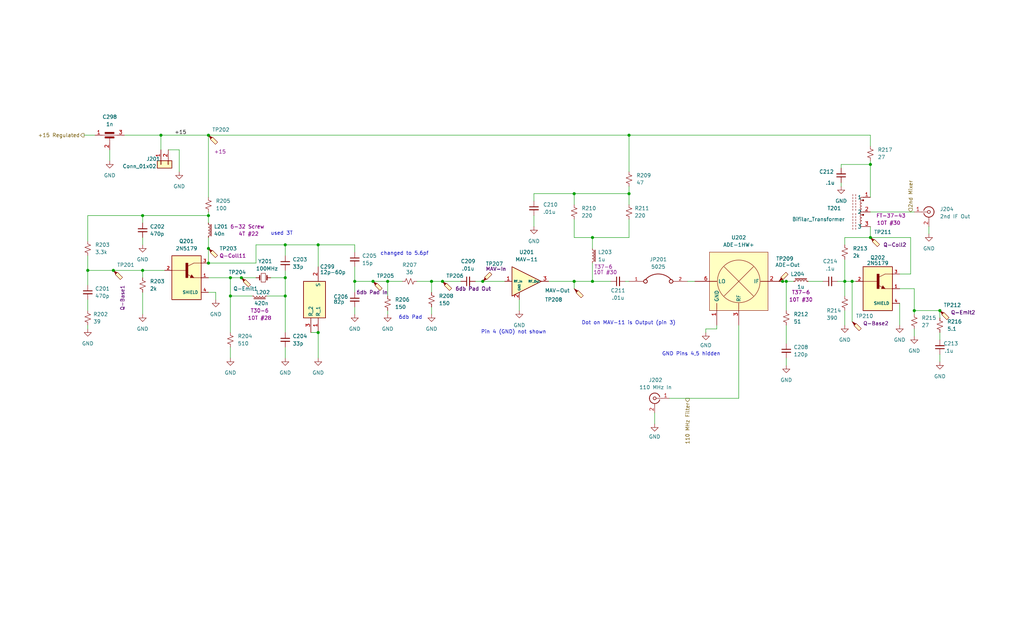
<source format=kicad_sch>
(kicad_sch (version 20230121) (generator eeschema)
  (paper "USLegal")
  (title_block (title "2nd Mixer and Second LO") (date "2022-08-21") (rev "0") (company "Andy McCann KA3KAF and Doug McCann KA3KAG") (comment 2 "Terry White K7TAU") (comment 3 "Wes Hayward W7ZOI") (comment 4 "Original Design By:"))
  (lib_symbols
    (symbol "Conn_Coaxial_1" (pin_names (offset 1.016) hide)
      (property "Reference" "J" (at 0.254 3.048 0))
      (property "Value" "Conn_Coaxial" (at 2.921 0 90))
      (symbol "Conn_Coaxial_1_1_1"
        (pin passive line (at -5.08 0 0) (length 2.54) (name "In") (number "1"))
        (pin passive line (at 0 -5.08 90) (length 2.54) (name "Ext") (number "2"))
      )
    )
    (symbol "Connector:Conn_Coaxial" (pin_names (offset 1.016) hide)
      (property "Reference" "J" (at 0.254 3.048 0))
      (property "Value" "Conn_Coaxial" (at 2.921 0 90))
      (symbol "Conn_Coaxial_1_1"
        (pin passive line (at -5.08 0 0) (length 2.54) (name "In") (number "1"))
        (pin passive line (at 0 -5.08 90) (length 2.54) (name "Ext") (number "2"))
      )
    )
    (symbol "Connector:TestPoint_Probe" (pin_numbers hide) (pin_names (offset 0.762) hide)
      (property "Reference" "TP" (at 1.651 5.842 0))
      (property "Value" "TestPoint_Probe" (at 1.651 4.064 0))
      (symbol "TestPoint_Probe_1_1"
        (pin passive line (at 0 0 90) (length 0) (name "1") (number "1"))
      )
    )
    (symbol "Connector_Generic:Conn_01x02" (pin_names (offset 1.016) hide)
      (property "Reference" "J" (at 0 2.54 0))
      (property "Value" "Conn_01x02" (at 0 -5.08 0))
      (symbol "Conn_01x02_1_1"
        (pin passive line (at -5.08 0 0) (length 3.81) (name "Pin_1") (number "1"))
        (pin passive line (at -5.08 -2.54 0) (length 3.81) (name "Pin_2") (number "2"))
      )
    )
    (symbol "Device:C_Feedthrough" (pin_names (offset 0.254) hide)
      (property "Reference" "C" (at 0 7.62 0))
      (property "Value" "C_Feedthrough" (at 0 5.715 0))
      (symbol "C_Feedthrough_1_1"
        (pin passive line (at -5.08 2.54 0) (length 2.54) (name "1") (number "1"))
        (pin passive line (at 0 -2.54 90) (length 2.54) (name "2") (number "2"))
        (pin passive line (at 5.08 2.54 180) (length 2.54) (name "3") (number "3"))
      )
    )
    (symbol "Device:C_Small" (pin_numbers hide) (pin_names (offset 0.254) hide)
      (property "Reference" "C" (at 0.254 1.778 0))
      (property "Value" "C_Small" (at 0.254 -2.032 0))
      (symbol "C_Small_1_1"
        (pin passive line (at 0 2.54 270) (length 2.032) (name "~") (number "1"))
        (pin passive line (at 0 -2.54 90) (length 2.032) (name "~") (number "2"))
      )
    )
    (symbol "Device:Crystal_Small" (pin_numbers hide) (pin_names (offset 1.016) hide)
      (property "Reference" "Y" (at 0 2.54 0))
      (property "Value" "Crystal_Small" (at 0 -2.54 0))
      (symbol "Crystal_Small_1_1"
        (pin passive line (at -2.54 0 0) (length 1.27) (name "1") (number "1"))
        (pin passive line (at 2.54 0 180) (length 1.27) (name "2") (number "2"))
      )
    )
    (symbol "Device:L_Iron_Small" (pin_numbers hide) (pin_names (offset 0.254) hide)
      (property "Reference" "L" (at 1.27 1.016 0))
      (property "Value" "L_Iron_Small" (at 1.27 -1.27 0))
      (symbol "L_Iron_Small_1_1"
        (pin passive line (at 0 2.54 270) (length 0.508) (name "~") (number "1"))
        (pin passive line (at 0 -2.54 90) (length 0.508) (name "~") (number "2"))
      )
    )
    (symbol "Device:R_Small_US" (pin_numbers hide) (pin_names (offset 0.254) hide)
      (property "Reference" "R" (at 0.762 0.508 0))
      (property "Value" "R_Small_US" (at 0.762 -1.016 0))
      (symbol "R_Small_US_1_1"
        (pin passive line (at 0 2.54 270) (length 1.016) (name "~") (number "1"))
        (pin passive line (at 0 -2.54 90) (length 1.016) (name "~") (number "2"))
      )
    )
    (symbol "power:GND" (power) (pin_names (offset 0))
      (property "Value" "GND" (at 0 -3.81 0))
      (symbol "GND_1_1"
        (pin power_in line (at 0 0 270) (length 0) hide (name "GND") (number "1"))
      )
    )
    (symbol "spectrum analyzer:2N5179" (pin_names (offset 1.016))
      (property "Reference" "Q" (at -5.08 8.89 0))
      (property "Value" "2N5179" (at -5.08 -10.16 0))
      (symbol "2N5179_0_0"
        (pin passive line (at 7.62 0 180) (length 2.54) (name "~") (number "1"))
        (pin passive line (at -7.62 2.54 0) (length 2.54) (name "~") (number "2"))
        (pin passive line (at 7.62 5.08 180) (length 2.54) (name "~") (number "3"))
        (pin passive line (at 7.62 -5.08 180) (length 2.54) (name "SHIELD") (number "4"))
      )
    )
    (symbol "spectrum analyzer:5025" (pin_names (offset 1.016))
      (property "Reference" "JP" (at -7.6244 5.0815 0))
      (property "Value" "5025" (at -7.63 -5.0866 0))
      (symbol "5025_0_0"
        (pin passive line (at -10.16 0 0) (length 5.08) (name "~") (number "1"))
        (pin passive line (at 10.16 0 180) (length 5.08) (name "~") (number "2"))
      )
    )
    (symbol "spectrum analyzer:ADE-1HW+"
      (property "Reference" "U" (at 0 11.43 0))
      (property "Value" "ADE-1HW+" (at -15.24 7.62 0))
      (symbol "ADE-1HW+_1_1"
        (pin power_in line (at -7.62 -15.24 90) (length 7.62) (name "GND") (number "1"))
        (pin passive line (at 15.24 0 180) (length 7.62) (name "IF") (number "2"))
        (pin passive line (at 0 -15.24 90) (length 7.62) (name "RF") (number "3"))
        (pin passive line (at -7.62 -15.24 90) (length 7.62) hide (name "GND") (number "4"))
        (pin passive line (at -7.62 -15.24 90) (length 7.62) hide (name "GND") (number "5"))
        (pin passive line (at -15.24 0 0) (length 7.62) (name "LO") (number "6"))
      )
    )
    (symbol "spectrum analyzer:BFC280831659"
      (property "Reference" "VR" (at 19.05 7.62 0))
      (property "Value" "BFC280831659" (at 19.05 5.08 0))
      (symbol "BFC280831659_1_1"
        (pin passive line (at 22.86 0 180) (length 5.08) (name "R_1") (number "1"))
        (pin passive line (at 0 0 0) (length 5.08) (name "S") (number "2"))
        (pin passive line (at 22.86 -2.54 180) (length 5.08) (name "R_2") (number "3"))
      )
    )
    (symbol "spectrum analyzer:Bifilar_Transformer"
      (property "Reference" "T" (at 0 -0.762 0))
      (property "Value" "Bifilar_Transformer" (at 0.508 -2.54 0))
      (symbol "Bifilar_Transformer_1_1"
        (pin passive line (at -5.08 6.35 270) (length 2.54) (name "1") (number "1"))
        (pin passive line (at 0 6.35 270) (length 2.54) (name "2") (number "2"))
        (pin passive line (at 5.08 6.35 270) (length 2.54) (name "3") (number "3"))
      )
    )
    (symbol "spectrum analyzer:MAV-11" (pin_names (offset 0.5))
      (property "Reference" "U" (at -2.54 7.62 0))
      (property "Value" "MAV-11" (at 5.08 7.62 0))
      (symbol "MAV-11_1_1"
        (pin passive line (at -5.08 0 0) (length 2.54) (name "RF_In") (number "1"))
        (pin power_in line (at 0 -6.35 90) (length 2.54) (name "GND") (number "2"))
        (pin passive line (at 10.16 0 180) (length 2.54) (name "RF_Out") (number "3"))
        (pin passive line (at 0 -6.35 90) (length 2.54) hide (name "GND") (number "4"))
      )
    )
  )
  (junction (at 83.82 96.52))
  (junction (at 199.39 97.79))
  (junction (at 326.39 107.95))
  (junction (at 199.39 67.31))
  (junction (at 49.53 74.93))
  (junction (at 302.26 57.15))
  (junction (at 49.53 93.98))
  (junction (at 72.39 91.44))
  (junction (at 99.06 96.52))
  (junction (at 110.49 115.57))
  (junction (at 149.86 97.79))
  (junction (at 317.5 107.95))
  (junction (at 295.91 97.79))
  (junction (at 123.19 97.79))
  (junction (at 134.62 97.79))
  (junction (at 167.64 97.79))
  (junction (at 129.54 97.79))
  (junction (at 218.44 46.99))
  (junction (at 293.37 97.79))
  (junction (at 72.39 46.99))
  (junction (at 80.01 102.87))
  (junction (at 99.06 85.09))
  (junction (at 271.78 97.79))
  (junction (at 39.37 93.98))
  (junction (at 273.05 97.79))
  (junction (at 30.48 93.98))
  (junction (at 205.74 97.79))
  (junction (at 110.49 85.09))
  (junction (at 72.39 86.36))
  (junction (at 72.39 74.93))
  (junction (at 205.74 82.55))
  (junction (at 55.88 46.99))
  (junction (at 80.01 96.52))
  (junction (at 99.06 102.87))
  (junction (at 218.44 67.31))
  (junction (at 302.26 82.55))
  (junction (at 153.67 97.79))
  (wire (pts (xy 199.39 67.31) (xy 199.39 71.12)))
  (wire (pts (xy 110.49 92.71) (xy 110.49 85.09)))
  (wire (pts (xy 199.39 76.2) (xy 199.39 82.55)))
  (wire (pts (xy 295.91 97.79) (xy 297.18 97.79)))
  (wire (pts (xy 99.06 124.46) (xy 99.06 120.65)))
  (wire (pts (xy 139.7 97.79) (xy 134.62 97.79)))
  (wire (pts (xy 217.17 97.79) (xy 218.44 97.79)))
  (wire (pts (xy 218.44 76.2) (xy 218.44 82.55)))
  (wire (pts (xy 205.74 82.55) (xy 205.74 86.36)))
  (wire (pts (xy 149.86 101.6) (xy 149.86 97.79)))
  (wire (pts (xy 123.19 97.79) (xy 123.19 101.6)))
  (wire (pts (xy 80.01 124.46) (xy 80.01 120.65)))
  (wire (pts (xy 293.37 82.55) (xy 302.26 82.55)))
  (wire (pts (xy 312.42 105.41) (xy 312.42 113.03)))
  (wire (pts (xy 72.39 68.58) (xy 72.39 46.99)))
  (wire (pts (xy 302.26 82.55) (xy 316.23 82.55)))
  (wire (pts (xy 326.39 110.49) (xy 326.39 107.95)))
  (wire (pts (xy 185.42 67.31) (xy 199.39 67.31)))
  (wire (pts (xy 30.48 74.93) (xy 49.53 74.93)))
  (wire (pts (xy 285.75 97.79) (xy 280.67 97.79)))
  (wire (pts (xy 227.33 143.51) (xy 227.33 147.32)))
  (wire (pts (xy 302.26 57.15) (xy 302.26 68.58)))
  (wire (pts (xy 92.71 102.87) (xy 99.06 102.87)))
  (wire (pts (xy 72.39 101.6) (xy 74.93 101.6)))
  (wire (pts (xy 123.19 109.22) (xy 123.19 106.68)))
  (wire (pts (xy 38.1 52.07) (xy 38.1 55.88)))
  (wire (pts (xy 312.42 100.33) (xy 317.5 100.33)))
  (wire (pts (xy 134.62 102.87) (xy 134.62 97.79)))
  (wire (pts (xy 49.53 74.93) (xy 72.39 74.93)))
  (wire (pts (xy 49.53 85.09) (xy 49.53 82.55)))
  (wire (pts (xy 99.06 88.9) (xy 99.06 85.09)))
  (wire (pts (xy 292.1 58.42) (xy 292.1 57.15)))
  (wire (pts (xy 87.63 102.87) (xy 80.01 102.87)))
  (wire (pts (xy 30.48 83.82) (xy 30.48 74.93)))
  (wire (pts (xy 57.15 93.98) (xy 49.53 93.98)))
  (wire (pts (xy 49.53 93.98) (xy 39.37 93.98)))
  (wire (pts (xy 88.9 96.52) (xy 83.82 96.52)))
  (wire (pts (xy 273.05 107.95) (xy 273.05 97.79)))
  (wire (pts (xy 248.92 114.3) (xy 245.11 114.3)))
  (wire (pts (xy 80.01 102.87) (xy 80.01 96.52)))
  (wire (pts (xy 302.26 82.55) (xy 302.26 78.74)))
  (wire (pts (xy 83.82 96.52) (xy 80.01 96.52)))
  (wire (pts (xy 72.39 82.55) (xy 72.39 86.36)))
  (wire (pts (xy 199.39 67.31) (xy 218.44 67.31)))
  (wire (pts (xy 317.5 100.33) (xy 317.5 107.95)))
  (wire (pts (xy 160.02 97.79) (xy 153.67 97.79)))
  (wire (pts (xy 49.53 96.52) (xy 49.53 93.98)))
  (wire (pts (xy 326.39 123.19) (xy 326.39 125.73)))
  (wire (pts (xy 39.37 93.98) (xy 30.48 93.98)))
  (wire (pts (xy 245.11 114.3) (xy 245.11 115.57)))
  (wire (pts (xy 99.06 96.52) (xy 99.06 93.98)))
  (wire (pts (xy 248.92 113.03) (xy 248.92 114.3)))
  (wire (pts (xy 149.86 97.79) (xy 144.78 97.79)))
  (wire (pts (xy 302.26 55.88) (xy 302.26 57.15)))
  (wire (pts (xy 30.48 107.95) (xy 30.48 104.14)))
  (wire (pts (xy 43.18 46.99) (xy 55.88 46.99)))
  (wire (pts (xy 190.5 97.79) (xy 199.39 97.79)))
  (wire (pts (xy 302.26 73.66) (xy 317.5 73.66)))
  (wire (pts (xy 72.39 77.47) (xy 72.39 74.93)))
  (wire (pts (xy 205.74 82.55) (xy 218.44 82.55)))
  (wire (pts (xy 218.44 67.31) (xy 218.44 64.77)))
  (wire (pts (xy 62.23 52.07) (xy 62.23 59.69)))
  (wire (pts (xy 293.37 97.79) (xy 293.37 102.87)))
  (wire (pts (xy 129.54 97.79) (xy 123.19 97.79)))
  (wire (pts (xy 302.26 46.99) (xy 302.26 50.8)))
  (wire (pts (xy 218.44 59.69) (xy 218.44 46.99)))
  (wire (pts (xy 322.58 81.28) (xy 322.58 78.74)))
  (wire (pts (xy 149.86 106.68) (xy 149.86 109.22)))
  (wire (pts (xy 30.48 114.3) (xy 30.48 113.03)))
  (wire (pts (xy 270.51 97.79) (xy 271.78 97.79)))
  (wire (pts (xy 293.37 90.17) (xy 293.37 97.79)))
  (wire (pts (xy 80.01 96.52) (xy 72.39 96.52)))
  (wire (pts (xy 165.1 97.79) (xy 167.64 97.79)))
  (wire (pts (xy 72.39 91.44) (xy 88.9 91.44)))
  (wire (pts (xy 218.44 46.99) (xy 302.26 46.99)))
  (wire (pts (xy 99.06 85.09) (xy 110.49 85.09)))
  (wire (pts (xy 99.06 115.57) (xy 99.06 102.87)))
  (wire (pts (xy 29.21 46.99) (xy 33.02 46.99)))
  (wire (pts (xy 293.37 107.95) (xy 293.37 113.03)))
  (wire (pts (xy 238.76 97.79) (xy 241.3 97.79)))
  (wire (pts (xy 30.48 93.98) (xy 30.48 88.9)))
  (wire (pts (xy 167.64 97.79) (xy 175.26 97.79)))
  (wire (pts (xy 55.88 46.99) (xy 72.39 46.99)))
  (wire (pts (xy 273.05 119.38) (xy 273.05 113.03)))
  (wire (pts (xy 180.34 104.14) (xy 180.34 107.95)))
  (wire (pts (xy 273.05 124.46) (xy 273.05 127)))
  (wire (pts (xy 110.49 115.57) (xy 110.49 124.46)))
  (wire (pts (xy 185.42 69.85) (xy 185.42 67.31)))
  (wire (pts (xy 58.42 52.07) (xy 62.23 52.07)))
  (wire (pts (xy 88.9 91.44) (xy 88.9 85.09)))
  (wire (pts (xy 49.53 101.6) (xy 49.53 109.22)))
  (wire (pts (xy 317.5 114.3) (xy 317.5 116.84)))
  (wire (pts (xy 293.37 97.79) (xy 295.91 97.79)))
  (wire (pts (xy 273.05 97.79) (xy 275.59 97.79)))
  (wire (pts (xy 107.95 115.57) (xy 110.49 115.57)))
  (wire (pts (xy 271.78 97.79) (xy 273.05 97.79)))
  (wire (pts (xy 134.62 97.79) (xy 129.54 97.79)))
  (wire (pts (xy 326.39 107.95) (xy 317.5 107.95)))
  (wire (pts (xy 199.39 97.79) (xy 199.39 100.33)))
  (wire (pts (xy 326.39 115.57) (xy 326.39 118.11)))
  (wire (pts (xy 72.39 46.99) (xy 218.44 46.99)))
  (wire (pts (xy 49.53 77.47) (xy 49.53 74.93)))
  (wire (pts (xy 185.42 78.74) (xy 185.42 74.93)))
  (wire (pts (xy 295.91 97.79) (xy 295.91 111.76)))
  (wire (pts (xy 55.88 52.07) (xy 55.88 46.99)))
  (wire (pts (xy 123.19 85.09) (xy 123.19 87.63)))
  (wire (pts (xy 99.06 102.87) (xy 99.06 96.52)))
  (wire (pts (xy 316.23 82.55) (xy 316.23 95.25)))
  (wire (pts (xy 74.93 101.6) (xy 74.93 104.14)))
  (wire (pts (xy 292.1 57.15) (xy 302.26 57.15)))
  (wire (pts (xy 205.74 97.79) (xy 212.09 97.79)))
  (wire (pts (xy 256.54 113.03) (xy 256.54 138.43)))
  (wire (pts (xy 153.67 97.79) (xy 149.86 97.79)))
  (wire (pts (xy 205.74 91.44) (xy 205.74 97.79)))
  (wire (pts (xy 110.49 85.09) (xy 123.19 85.09)))
  (wire (pts (xy 30.48 99.06) (xy 30.48 93.98)))
  (wire (pts (xy 199.39 97.79) (xy 205.74 97.79)))
  (wire (pts (xy 293.37 85.09) (xy 293.37 82.55)))
  (wire (pts (xy 72.39 73.66) (xy 72.39 74.93)))
  (wire (pts (xy 290.83 97.79) (xy 293.37 97.79)))
  (wire (pts (xy 199.39 82.55) (xy 205.74 82.55)))
  (wire (pts (xy 232.41 138.43) (xy 256.54 138.43)))
  (wire (pts (xy 316.23 95.25) (xy 312.42 95.25)))
  (wire (pts (xy 134.62 107.95) (xy 134.62 109.22)))
  (wire (pts (xy 93.98 96.52) (xy 99.06 96.52)))
  (wire (pts (xy 72.39 86.36) (xy 72.39 91.44)))
  (wire (pts (xy 88.9 85.09) (xy 99.06 85.09)))
  (wire (pts (xy 80.01 115.57) (xy 80.01 102.87)))
  (wire (pts (xy 218.44 71.12) (xy 218.44 67.31)))
  (wire (pts (xy 292.1 64.77) (xy 292.1 63.5)))
  (wire (pts (xy 317.5 107.95) (xy 317.5 109.22)))
  (wire (pts (xy 123.19 92.71) (xy 123.19 97.79)))
  (text "6db Pad" (at 138.43 111.125 0) (effects (font (size 1.27 1.27)) (justify left bottom)))
  (text "Pin 4 (GND) not shown" (at 167.005 116.205 0) (effects (font (size 1.27 1.27)) (justify left bottom)))
  (text "GND Pins 4,5 hidden" (at 229.87 123.825 0) (effects (font (size 1.27 1.27)) (justify left bottom)))
  (text "changed to 5.6pf" (at 132.08 88.9 0) (effects (font (size 1.27 1.27)) (justify left bottom)))
  (text "used 3T" (at 93.98 81.915 0) (effects (font (size 1.27 1.27)) (justify left bottom)))
  (text "Dot on MAV-11 is Output (pin 3)" (at 201.93 113.03 0) (effects (font (size 1.27 1.27)) (justify left bottom)))
  (label "+15" (at 64.77 46.99 180))
  (hierarchical_label "110 MHz Filter" (shape output) (at 238.76 138.43 270))
  (hierarchical_label "2nd Mixer" (shape input) (at 316.23 73.66 90))
  (hierarchical_label "+15 Regulated" (shape output) (at 29.21 46.99 180))
  (symbol (lib_id "power:GND") (at 227.33 147.32 0) (unit 1)
    (property "Reference" "#PWR0215" (effects hide))
    (property "Value" "GND" (at 227.33 151.765 0))
    (instances (project "W7ZOI Spectrum Analyzer" (path "" (reference "#PWR0215") (unit 1))) (project "2ndmixer-2ndlo" (path "" (reference "#PWR0202") (unit 1))))
  )
  (symbol (lib_id "Device:C_Small") (at 326.39 120.65 180) (unit 1)
    (property "Reference" "C213" (at 330.2 119.38 0))
    (property "Value" ".1u" (at 329.565 121.92 0))
    (property "Footprint" "Capacitor_THT:C_Disc_D5.0mm_W2.5mm_P5.00mm" (effects hide))
    (property "Datasheet" "https://connect.kemet.com:7667/gateway/IntelliData-ComponentDocumentation/1.0/download/datasheet/C315C104M5U5TA7301" (effects hide))
    (property "Digikey-Part-Number" "399-14010-1-ND" (effects hide))
  )
  (symbol (lib_id "Connector:TestPoint_Probe") (at 302.26 82.55 0) (mirror x) (unit 1)
    (property "Reference" "TP211" (at 303.53 80.645 0) (effects (justify left)))
    (property "Value" "Q-Coll2" (at 306.705 85.09 0) (effects (justify left)))
    (property "Footprint" "TestPoint:TestPoint_Pad_1.0x1.0mm" (effects hide))
    (property "Sim.Enable" "0" (effects hide))
    (property "Sim.Device" "SPICE" (effects hide))
    (property "Sim.Params" "Q-Coll2" (at 306.705 85.09 0) (effects (justify left)))
    (property "Sim.Pins" "1=1" (effects hide))
    (property "Digikey-Part-Number" "N/A" (effects hide))
  )
  (symbol (lib_id "Connector_Generic:Conn_01x02") (at 55.88 57.15 90) (mirror x) (unit 1)
    (property "Reference" "J201" (at 50.8 55.245 90) (effects (justify right)))
    (property "Value" "Conn_01x02" (at 42.545 57.785 90) (effects (justify right)))
    (property "Footprint" "spectrum_analyzer:691103110002" (effects hide))
    (property "Datasheet" "https://www.we-online.com/katalog/datasheet/691137710002.pdf" (effects hide))
    (property "Sim.Enable" "0" (effects hide))
    (property "Sim.Device" "SPICE" (effects hide))
    (property "Sim.Params" "type=\"J\" model=\"Conn_01x02\" lib=\"\"" (effects hide))
    (property "Sim.Pins" "1=1 2=2" (effects hide))
    (property "Digikey-Part-Number" "	732-10955-ND" (effects hide))
  )
  (symbol (lib_id "Device:L_Iron_Small") (at 278.13 97.79 90) (unit 1)
    (property "Reference" "L204" (at 279.4 95.25 90) (effects (justify left)))
    (property "Value" "1u" (at 279.4 99.695 90) (effects (justify left)))
    (property "Footprint" "Inductor_THT:L_Toroid_Vertical_L13.0mm_W6.5mm_P5.60mm" (effects hide))
    (property "Toroid" "T37-6" (at 278.13 101.6 90))
    (property "Turns" "10T #30" (at 278.13 104.14 90))
  )
  (symbol (lib_id "Device:C_Small") (at 292.1 60.96 180) (unit 1)
    (property "Reference" "C212" (at 287.02 59.69 0))
    (property "Value" ".1u" (at 288.29 63.5 0))
    (property "Footprint" "Capacitor_THT:C_Disc_D5.0mm_W2.5mm_P5.00mm" (effects hide))
    (property "Datasheet" "https://connect.kemet.com:7667/gateway/IntelliData-ComponentDocumentation/1.0/download/datasheet/C315C104M5U5TA7301" (effects hide))
    (property "Digikey-Part-Number" "399-14010-1-ND" (effects hide))
  )
  (symbol (lib_id "Device:R_Small_US") (at 80.01 118.11 0) (unit 1)
    (property "Reference" "R204" (at 82.55 116.84 0) (effects (justify left)))
    (property "Value" "510" (at 82.55 119.38 0) (effects (justify left)))
    (property "Footprint" "Resistor_THT:R_Axial_DIN0207_L6.3mm_D2.5mm_P7.62mm_Horizontal" (effects hide))
    (property "Datasheet" "https://www.yageo.com/upload/media/product/productsearch/datasheet/lr/YAGEO%20CFR_datasheet_2021v0.pdf" (effects hide))
    (property "Digikey-Part-Number" "	510QBK-ND" (effects hide))
  )
  (symbol (lib_id "Device:C_Small") (at 288.29 97.79 90) (unit 1)
    (property "Reference" "C214" (at 288.2963 90.805 90))
    (property "Value" ".1u" (at 288.2964 93.345 90))
    (property "Footprint" "Capacitor_THT:C_Disc_D5.0mm_W2.5mm_P5.00mm" (effects hide))
    (property "Datasheet" "https://connect.kemet.com:7667/gateway/IntelliData-ComponentDocumentation/1.0/download/datasheet/C315C104M5U5TA7301" (effects hide))
    (property "Digikey-Part-Number" "399-14010-1-ND" (effects hide))
  )
  (symbol (lib_id "Device:C_Small") (at 123.19 104.14 0) (unit 1)
    (property "Reference" "C206" (at 115.824 103.124 0) (effects (justify left)))
    (property "Value" "82p" (at 115.824 104.902 0) (effects (justify left)))
    (property "Footprint" "Capacitor_THT:C_Disc_D5.0mm_W2.5mm_P5.00mm" (effects hide))
    (property "Datasheet" "https://connect.kemet.com:7667/gateway/IntelliData-ComponentDocumentation/1.0/download/datasheet/C315C820J2G5TA" (effects hide))
    (property "Digikey-Part-Number" "399-13944-ND" (effects hide))
  )
  (symbol (lib_id "Connector:TestPoint_Probe") (at 129.54 97.79 0) (mirror x) (unit 1)
    (property "Reference" "TP205" (at 130.81 95.885 0) (effects (justify left)))
    (property "Value" "6db Pad In" (at 123.698 101.6 0) (effects (justify left)))
    (property "Footprint" "TestPoint:TestPoint_Pad_1.0x1.0mm" (effects hide))
    (property "Sim.Enable" "0" (effects hide))
    (property "Sim.Device" "SPICE" (effects hide))
    (property "Sim.Params" "6db Pad In" (at 123.698 101.6 0) (effects (justify left)))
    (property "Sim.Pins" "1=1" (effects hide))
    (property "Digikey-Part-Number" "N/A" (effects hide))
  )
  (symbol (lib_id "power:GND") (at 74.93 104.14 0) (unit 1)
    (property "Reference" "#PWR0206" (effects hide))
    (property "Value" "GND" (at 74.93 109.22 0))
    (instances (project "W7ZOI Spectrum Analyzer" (path "" (reference "#PWR0206") (unit 1))) (project "2ndmixer-2ndlo" (path "" (reference "#PWR0207") (unit 1))))
  )
  (symbol (lib_id "power:GND") (at 273.05 127 0) (unit 1)
    (property "Reference" "#PWR0217" (effects hide))
    (property "Value" "GND" (at 273.05 132.08 0))
    (instances (project "W7ZOI Spectrum Analyzer" (path "" (reference "#PWR0217") (unit 1))) (project "2ndmixer-2ndlo" (path "" (reference "#PWR0220") (unit 1))))
  )
  (symbol (lib_id "Device:R_Small_US") (at 218.44 73.66 0) (unit 1)
    (property "Reference" "R211" (at 220.345 72.3899 0) (effects (justify left)))
    (property "Value" "220" (at 220.345 74.9299 0) (effects (justify left)))
    (property "Footprint" "Resistor_THT:R_Axial_DIN0207_L6.3mm_D2.5mm_P7.62mm_Horizontal" (effects hide))
    (property "Datasheet" "https://www.yageo.com/upload/media/product/productsearch/datasheet/lr/YAGEO%20CFR_datasheet_2021v0.pdf" (effects hide))
    (property "Digikey-Part-Number" "	220QBK-ND" (effects hide))
  )
  (symbol (lib_id "Connector:TestPoint_Probe") (at 270.51 97.79 270) (mirror x) (unit 1)
    (property "Reference" "TP209" (at 269.494 89.916 90) (effects (justify left)))
    (property "Value" "ADE-Out" (at 269.24 92.075 90) (effects (justify left)))
    (property "Footprint" "TestPoint:TestPoint_Pad_1.0x1.0mm" (effects hide))
    (property "Sim.Enable" "0" (effects hide))
    (property "Sim.Device" "SPICE" (effects hide))
    (property "Sim.Params" "TUF-Out" (effects hide))
    (property "Sim.Pins" "1=1" (effects hide))
    (property "Digikey-Part-Number" "N/A" (effects hide))
  )
  (symbol (lib_id "power:GND") (at 245.11 115.57 0) (unit 1)
    (property "Reference" "#PWR0216" (effects hide))
    (property "Value" "GND" (at 245.11 120.015 0))
    (instances (project "W7ZOI Spectrum Analyzer" (path "" (reference "#PWR0216") (unit 1))) (project "2ndmixer-2ndlo" (path "" (reference "#PWR0218") (unit 1))))
  )
  (symbol (lib_id "power:GND") (at 110.49 124.46 0) (unit 1)
    (property "Reference" "#PWR0209" (effects hide))
    (property "Value" "GND" (at 110.49 129.54 0))
    (instances (project "W7ZOI Spectrum Analyzer" (path "" (reference "#PWR0209") (unit 1))) (project "2ndmixer-2ndlo" (path "" (reference "#PWR0211") (unit 1))))
  )
  (symbol (lib_id "Connector:TestPoint_Probe") (at 39.37 93.98 0) (mirror x) (unit 1)
    (property "Reference" "TP201" (at 40.64 92.075 0) (effects (justify left)))
    (property "Value" "Q-Base1" (at 42.545 99.06 90) (effects (justify left)))
    (property "Footprint" "TestPoint:TestPoint_Pad_1.0x1.0mm" (effects hide))
    (property "Sim.Enable" "0" (effects hide))
    (property "Sim.Device" "SPICE" (effects hide))
    (property "Sim.Params" "Q-Base1" (at 42.545 99.06 90) (effects (justify left)))
    (property "Sim.Pins" "1=1" (effects hide))
    (property "Digikey-Part-Number" "N/A" (effects hide))
  )
  (symbol (lib_id "power:GND") (at 38.1 55.88 0) (unit 1)
    (property "Reference" "#PWR0202" (effects hide))
    (property "Value" "GND" (at 38.1 60.96 0))
    (instances (project "W7ZOI Spectrum Analyzer" (path "" (reference "#PWR0202") (unit 1))) (project "2ndmixer-2ndlo" (path "" (reference "#PWR0203") (unit 1))))
  )
  (symbol (lib_id "Connector:TestPoint_Probe") (at 167.64 97.79 270) (mirror x) (unit 1)
    (property "Reference" "TP207" (at 168.656 91.694 90) (effects (justify left)))
    (property "Value" "MAV-In" (at 168.656 93.472 90) (effects (justify left)))
    (property "Footprint" "TestPoint:TestPoint_Pad_1.0x1.0mm" (effects hide))
    (property "Sim.Enable" "0" (effects hide))
    (property "Sim.Device" "SPICE" (effects hide))
    (property "Sim.Params" "MAV-In" (at 168.656 93.472 90) (effects (justify left)))
    (property "Sim.Pins" "1=1" (effects hide))
    (property "Digikey-Part-Number" "N/A" (effects hide))
  )
  (symbol (lib_id "power:GND") (at 30.48 114.3 0) (unit 1)
    (property "Reference" "#PWR0201" (effects hide))
    (property "Value" "GND" (at 30.48 119.38 0))
  )
  (symbol (lib_id "power:GND") (at 322.58 81.28 0) (unit 1)
    (property "Reference" "#PWR0222" (effects hide))
    (property "Value" "GND" (at 322.58 86.36 0))
    (instances (project "W7ZOI Spectrum Analyzer" (path "" (reference "#PWR0222") (unit 1))) (project "2ndmixer-2ndlo" (path "" (reference "#PWR0225") (unit 1))))
  )
  (symbol (lib_id "Connector:TestPoint_Probe") (at 295.91 111.76 0) (mirror x) (unit 1)
    (property "Reference" "TP210" (at 297.18 109.855 0) (effects (justify left)))
    (property "Value" "Q-Base2" (at 299.72 112.395 0) (effects (justify left)))
    (property "Footprint" "TestPoint:TestPoint_Pad_1.0x1.0mm" (effects hide))
    (property "Sim.Enable" "0" (effects hide))
    (property "Sim.Device" "SPICE" (effects hide))
    (property "Sim.Params" "Q-Base2" (at 299.72 112.395 0) (effects (justify left)))
    (property "Sim.Pins" "1=1" (effects hide))
    (property "Digikey-Part-Number" "N/A" (effects hide))
  )
  (symbol (lib_id "Connector:TestPoint_Probe") (at 199.39 100.33 0) (mirror x) (unit 1)
    (property "Reference" "TP208" (at 189.23 104.14 0) (effects (justify left)))
    (property "Value" "MAV-Out" (at 189.23 100.965 0) (effects (justify left)))
    (property "Footprint" "TestPoint:TestPoint_Pad_1.0x1.0mm" (effects hide))
    (property "Sim.Enable" "0" (effects hide))
    (property "Sim.Device" "SPICE" (effects hide))
    (property "Sim.Params" "MAV-Out" (effects hide))
    (property "Sim.Pins" "1=1" (effects hide))
    (property "Digikey-Part-Number" "N/A" (effects hide))
  )
  (symbol (lib_id "power:GND") (at 292.1 64.77 0) (unit 1)
    (property "Reference" "#PWR0218" (effects hide))
    (property "Value" "GND" (at 292.1 69.85 0))
    (instances (project "W7ZOI Spectrum Analyzer" (path "" (reference "#PWR0218") (unit 1))) (project "2ndmixer-2ndlo" (path "" (reference "#PWR0221") (unit 1))))
  )
  (symbol (lib_id "power:GND") (at 62.23 59.69 0) (unit 1)
    (property "Reference" "#PWR0205" (effects hide))
    (property "Value" "GND" (at 62.23 64.77 0))
    (instances (project "W7ZOI Spectrum Analyzer" (path "" (reference "#PWR0205") (unit 1))) (project "2ndmixer-2ndlo" (path "" (reference "#PWR0206") (unit 1))))
  )
  (symbol (lib_id "power:GND") (at 123.19 109.22 0) (unit 1)
    (property "Reference" "#PWR0210" (effects hide))
    (property "Value" "GND" (at 123.19 114.3 0))
    (instances (project "W7ZOI Spectrum Analyzer" (path "" (reference "#PWR0210") (unit 1))) (project "2ndmixer-2ndlo" (path "" (reference "#PWR0212") (unit 1))))
  )
  (symbol (lib_id "Device:R_Small_US") (at 30.48 110.49 0) (unit 1)
    (property "Reference" "R202" (at 32.385 109.2199 0) (effects (justify left)))
    (property "Value" "39" (at 32.385 111.7599 0) (effects (justify left)))
    (property "Footprint" "Resistor_THT:R_Axial_DIN0207_L6.3mm_D2.5mm_P7.62mm_Horizontal" (effects hide))
    (property "Datasheet" "https://www.yageo.com/upload/media/product/productsearch/datasheet/lr/YAGEO%20CFR_datasheet_2021v0.pdf" (effects hide))
    (property "Digikey-Part-Number" "39QBK-ND" (effects hide))
  )
  (symbol (lib_name "Conn_Coaxial_1") (lib_id "Connector:Conn_Coaxial") (at 227.33 138.43 0) (mirror y) (unit 1)
    (property "Reference" "J202" (at 227.6474 132.08 0))
    (property "Value" "110 MHz In" (at 227.6474 134.62 0))
    (property "Footprint" "Connector_Wire:SolderWire-0.5sqmm_1x02_P4.6mm_D0.9mm_OD2.1mm" (effects hide))
    (property "Datasheet" " ~" (effects hide))
    (property "Sim.Enable" "0" (effects hide))
    (property "Sim.Device" "SPICE" (effects hide))
    (property "Sim.Params" "type=\"J\" model=\"Conn_Coaxial\" lib=\"\"" (effects hide))
    (property "Sim.Pins" "1=1 2=2" (effects hide))
    (property "Digikey-Part-Number" "N/A" (effects hide))
    (instances (project "W7ZOI Spectrum Analyzer" (path "" (reference "J202") (unit 1))) (project "2ndmixer-2ndlo" (path "" (reference "J203") (unit 1))))
  )
  (symbol (lib_id "Connector:TestPoint_Probe") (at 72.39 46.99 0) (mirror x) (unit 1)
    (property "Reference" "TP202" (at 73.66 45.085 0) (effects (justify left)))
    (property "Value" "+15" (effects hide))
    (property "Footprint" "TestPoint:TestPoint_Pad_1.0x1.0mm" (effects hide))
    (property "Sim.Enable" "0" (effects hide))
    (property "Sim.Device" "SPICE" (effects hide))
    (property "Sim.Params" "+15" (at 74.295 52.705 0) (effects (justify left)))
    (property "Sim.Pins" "1=1" (effects hide))
    (property "Digikey-Part-Number" "N/A" (effects hide))
  )
  (symbol (lib_id "power:GND") (at 49.53 85.09 0) (unit 1)
    (property "Reference" "#PWR0203" (effects hide))
    (property "Value" "GND" (at 49.53 90.17 0))
    (instances (project "W7ZOI Spectrum Analyzer" (path "" (reference "#PWR0203") (unit 1))) (project "2ndmixer-2ndlo" (path "" (reference "#PWR0204") (unit 1))))
  )
  (symbol (lib_id "spectrum analyzer:5025") (at 228.6 97.79 0) (unit 1)
    (property "Reference" "JP201" (at 228.6 90.17 0))
    (property "Value" "5025" (at 228.6 92.71 0))
    (property "Footprint" "spectrum_analyzer:KEYSTONE_5025" (effects hide))
    (property "Datasheet" "https://www.keyelco.com/userAssets/file/M65p54.pdf" (effects hide))
    (property "SnapEDA_Link" "https://www.snapeda.com/parts/5025/Keystone+Electronics/view-part/?ref=snap" (effects hide))
    (property "MAXIMUM_PACKAGE_HEIGHT" "5.08 mm" (effects hide))
    (property "Package" "None" (effects hide))
    (property "Check_prices" "https://www.snapeda.com/parts/5025/Keystone+Electronics/view-part/?ref=eda" (effects hide))
    (property "STANDARD" "Manufacturer Recommendations" (effects hide))
    (property "PARTREV" "C" (effects hide))
    (property "MF" "Keystone Electronics" (effects hide))
    (property "MP" "5025" (effects hide))
    (property "Description" "\n.100 Spacing Test Point Jumper\n" (effects hide))
    (property "MANUFACTURER" "Keystone Electronics" (effects hide))
    (property "SNAPEDA_PN" "5025" (effects hide))
    (property "Digikey-Part-Number" "36-5025-ND" (effects hide))
  )
  (symbol (lib_id "spectrum analyzer:Bifilar_Transformer") (at 295.91 73.66 270) (unit 1)
    (property "Reference" "T201" (at 292.1 72.39 90) (effects (justify right)))
    (property "Value" "Bifilar_Transformer" (at 293.37 76.2 90) (effects (justify right)))
    (property "Footprint" "Transformer_THT:Autotransformer_Toroid_1Tap_Horizontal_D10.5mm_Amidon-T37" (effects hide))
    (property "Toroid" "FT-37-43 " (at 309.88 74.93 90))
    (property "Turns" "10T #30" (at 308.61 77.47 90))
    (property "Digikey-Part-Number" "N/A" (effects hide))
  )
  (symbol (lib_id "Device:L_Iron_Small") (at 205.74 88.9 0) (unit 1)
    (property "Reference" "L203" (at 207.645 87.6299 0) (effects (justify left)))
    (property "Value" "1u" (at 207.645 90.1699 0) (effects (justify left)))
    (property "Footprint" "Inductor_THT:L_Toroid_Vertical_L13.0mm_W6.5mm_P5.60mm" (effects hide))
    (property "Toroid" "T37-6" (at 209.55 92.71 0))
    (property "Turns" "10T #30" (at 210.185 94.615 0))
  )
  (symbol (lib_id "power:GND") (at 312.42 113.03 0) (unit 1)
    (property "Reference" "#PWR0220" (effects hide))
    (property "Value" "GND" (at 312.42 118.11 0))
    (instances (project "W7ZOI Spectrum Analyzer" (path "" (reference "#PWR0220") (unit 1))) (project "2ndmixer-2ndlo" (path "" (reference "#PWR0223") (unit 1))))
  )
  (symbol (lib_id "power:GND") (at 80.01 124.46 0) (unit 1)
    (property "Reference" "#PWR0207" (effects hide))
    (property "Value" "GND" (at 80.01 129.54 0))
    (instances (project "W7ZOI Spectrum Analyzer" (path "" (reference "#PWR0207") (unit 1))) (project "2ndmixer-2ndlo" (path "" (reference "#PWR0208") (unit 1))))
  )
  (symbol (lib_id "Device:C_Small") (at 30.48 101.6 0) (unit 1)
    (property "Reference" "C201" (at 33.02 100.3362 0) (effects (justify left)))
    (property "Value" "470p" (at 33.02 102.8762 0) (effects (justify left)))
    (property "Footprint" "Capacitor_THT:C_Disc_D5.0mm_W2.5mm_P5.00mm" (effects hide))
    (property "Datasheet" "https://connect.kemet.com:7667/gateway/IntelliData-ComponentDocumentation/1.0/download/datasheet/C315C471K1G5TA" (effects hide))
    (property "Digikey-Part-Number" "BC5214CT-ND" (effects hide))
  )
  (symbol (lib_id "spectrum analyzer:2N5179") (at 64.77 96.52 0) (unit 1)
    (property "Reference" "Q201" (at 64.77 83.82 0))
    (property "Value" "2N5179" (at 64.77 86.36 0))
    (property "Footprint" "TO127P584H533-4N" (effects hide))
    (property "Datasheet" "https://my.centralsemi.com/datasheets/2N5179.PDF" (effects hide))
    (property "MAXIMUM_PACKAGE_HEIGHT" "5.33 mm" (effects hide))
    (property "MANUFACTURER" "Microchip/Microsemi/Advanced Power Technology" (effects hide))
    (property "STANDARD" "IPC 7351B" (effects hide))
    (property "PARTREV" "N/A" (effects hide))
    (property "Sim.Library" "2ndmixer-2ndlo-spice\\2N5179.LIB" (effects hide))
    (property "Sim.Name" "2N5179" (effects hide))
    (property "Sim.Pins" "1=C 1=C 2=B 2=B 3=E 3=E" (effects hide))
    (property "Digikey-Part-Number" "1514-2N5179PBFREE-ND" (effects hide))
  )
  (symbol (lib_id "power:GND") (at 185.42 78.74 0) (unit 1)
    (property "Reference" "#PWR0214" (effects hide))
    (property "Value" "GND" (at 185.42 83.82 0))
    (instances (project "W7ZOI Spectrum Analyzer" (path "" (reference "#PWR0214") (unit 1))) (project "2ndmixer-2ndlo" (path "" (reference "#PWR0216") (unit 1))))
  )
  (symbol (lib_id "Connector:TestPoint_Probe") (at 83.82 96.52 0) (mirror x) (unit 1)
    (property "Reference" "TP204" (at 79.375 94.615 0) (effects (justify left)))
    (property "Value" "Q-Emit1" (at 81.026 100.33 0) (effects (justify left)))
    (property "Footprint" "TestPoint:TestPoint_Pad_1.0x1.0mm" (effects hide))
    (property "Sim.Enable" "0" (effects hide))
    (property "Sim.Device" "SPICE" (effects hide))
    (property "Sim.Params" "Q-Emit1" (effects hide))
    (property "Sim.Pins" "1=1" (effects hide))
    (property "Digikey-Part-Number" "N/A" (effects hide))
  )
  (symbol (lib_id "Device:R_Small_US") (at 293.37 105.41 0) (unit 1)
    (property "Reference" "R214" (at 287.02 107.95 0) (effects (justify left)))
    (property "Value" "390" (at 287.02 110.49 0) (effects (justify left)))
    (property "Footprint" "Resistor_THT:R_Axial_DIN0207_L6.3mm_D2.5mm_P7.62mm_Horizontal" (effects hide))
    (property "Datasheet" "https://www.yageo.com/upload/media/product/productsearch/datasheet/lr/YAGEO%20CFR_datasheet_2021v0.pdf" (effects hide))
    (property "Digikey-Part-Number" "	390QBK-ND" (effects hide))
  )
  (symbol (lib_id "spectrum analyzer:2N5179") (at 304.8 100.33 0) (unit 1)
    (property "Reference" "Q202" (at 304.8 89.535 0))
    (property "Value" "2N5179" (at 304.8 91.44 0))
    (property "Footprint" "TO127P584H533-4N" (effects hide))
    (property "Datasheet" "https://my.centralsemi.com/datasheets/2N5179.PDF" (effects hide))
    (property "MAXIMUM_PACKAGE_HEIGHT" "5.33 mm" (effects hide))
    (property "MANUFACTURER" "Microchip/Microsemi/Advanced Power Technology" (effects hide))
    (property "STANDARD" "IPC 7351B" (effects hide))
    (property "PARTREV" "N/A" (effects hide))
    (property "Sim.Library" "2ndmixer-2ndlo-spice\\2N5179.LIB" (effects hide))
    (property "Sim.Name" "2N5179" (effects hide))
    (property "Sim.Pins" "1=C 1=C 2=B 2=B 3=E 3=E" (effects hide))
    (property "Digikey-Part-Number" "1514-2N5179PBFREE-ND" (effects hide))
  )
  (symbol (lib_id "power:GND") (at 180.34 107.95 0) (unit 1)
    (property "Reference" "#PWR0213" (effects hide))
    (property "Value" "GND" (at 180.34 113.03 0))
    (instances (project "W7ZOI Spectrum Analyzer" (path "" (reference "#PWR0213") (unit 1))) (project "2ndmixer-2ndlo" (path "" (reference "#PWR0217") (unit 1))))
  )
  (symbol (lib_id "Connector:TestPoint_Probe") (at 153.67 97.79 0) (mirror x) (unit 1)
    (property "Reference" "TP206" (at 154.94 95.885 0) (effects (justify left)))
    (property "Value" "6db Pad Out" (at 158.115 100.33 0) (effects (justify left)))
    (property "Footprint" "TestPoint:TestPoint_Pad_1.0x1.0mm" (effects hide))
    (property "Sim.Enable" "0" (effects hide))
    (property "Sim.Device" "SPICE" (effects hide))
    (property "Sim.Params" "6db Pad Out" (at 158.115 100.33 0) (effects (justify left)))
    (property "Sim.Pins" "1=1" (effects hide))
    (property "Digikey-Part-Number" "N/A" (effects hide))
  )
  (symbol (lib_id "Device:R_Small_US") (at 199.39 73.66 0) (unit 1)
    (property "Reference" "R210" (at 201.93 72.39 0) (effects (justify left)))
    (property "Value" "220" (at 201.93 74.93 0) (effects (justify left)))
    (property "Footprint" "Resistor_THT:R_Axial_DIN0207_L6.3mm_D2.5mm_P7.62mm_Horizontal" (effects hide))
    (property "Datasheet" "https://www.yageo.com/upload/media/product/productsearch/datasheet/lr/YAGEO%20CFR_datasheet_2021v0.pdf" (effects hide))
    (property "Digikey-Part-Number" "	220QBK-ND" (effects hide))
  )
  (symbol (lib_id "power:GND") (at 293.37 113.03 0) (unit 1)
    (property "Reference" "#PWR0219" (effects hide))
    (property "Value" "GND" (at 293.37 118.11 0))
    (instances (project "W7ZOI Spectrum Analyzer" (path "" (reference "#PWR0219") (unit 1))) (project "2ndmixer-2ndlo" (path "" (reference "#PWR0222") (unit 1))))
  )
  (symbol (lib_id "Device:C_Feedthrough") (at 38.1 49.53 0) (unit 1) (on_board no)
    (property "Reference" "C298" (at 38.1 40.64 0))
    (property "Value" "1n" (at 38.1 43.18 0))
    (property "Footprint" "spectrum_analyzer:DSS1NB32A102Q91A" (effects hide))
    (property "Datasheet" "https://www.mouser.com/datasheet/2/281/ENFF0031-1774179.pdf" (effects hide))
    (property "Digikey-Part-Number" "490-9795-1-ND" (effects hide))
  )
  (symbol (lib_id "Device:R_Small_US") (at 49.53 99.06 0) (unit 1)
    (property "Reference" "R203" (at 52.07 97.79 0) (effects (justify left)))
    (property "Value" "2k" (at 52.07 100.33 0) (effects (justify left)))
    (property "Footprint" "Resistor_THT:R_Axial_DIN0207_L6.3mm_D2.5mm_P7.62mm_Horizontal" (effects hide))
    (property "Datasheet" "https://www.yageo.com/upload/media/product/productsearch/datasheet/lr/YAGEO%20CFR_datasheet_2021v0.pdf" (effects hide))
    (property "Digikey-Part-Number" "13-CFR-25JT-52-2KCT-ND" (effects hide))
    (instances (project "W7ZOI Spectrum Analyzer" (path "" (reference "R203") (unit 1))) (project "2ndmixer-2ndlo" (path "" (reference "R201") (unit 1))))
  )
  (symbol (lib_id "spectrum analyzer:BFC280831659") (at 110.49 92.71 270) (unit 1)
    (property "Reference" "C299" (at 111.125 92.71 90) (effects (justify left)))
    (property "Value" "12p-60p" (at 111.125 94.615 90) (effects (justify left)))
    (property "Footprint" "BFC280831659" (effects hide))
    (property "Datasheet" "https://media.digikey.com/pdf/Data%20Sheets/EW%20Electronics-Edmar/GKGxx015_016_Series_DS.pdf" (effects hide))
    (property "Digikey-Part-Number" "BFC280831659-ND" (effects hide))
    (property "Height" "11" (effects hide))
    (property "Mouser Part Number" "594-2222-808-31659" (effects hide))
    (property "Mouser Price/Stock" "https://www.mouser.co.uk/ProductDetail/Vishay-BC-Components/BFC280831659?qs=rCu%252BC%252BJkvKa%252Bs3bgN0PQyg%3D%3D" (effects hide))
    (property "Manufacturer_Name" "Vishay" (effects hide))
    (property "Manufacturer_Part_Number" "BFC280831659" (effects hide))
  )
  (symbol (lib_id "Device:L_Iron_Small") (at 90.17 102.87 270) (unit 1)
    (property "Reference" "L202" (at 88.9 101.6 90) (effects (justify left)))
    (property "Value" "420n" (at 88.265 105.41 90) (effects (justify left)))
    (property "Footprint" "Inductor_THT:L_Toroid_Vertical_L13.0mm_W6.5mm_P5.60mm" (effects hide))
    (property "Toroid" "T30-6" (at 90.17 107.95 90))
    (property "Turns" "10T #28" (at 90.17 110.49 90))
  )
  (symbol (lib_id "Device:R_Small_US") (at 273.05 110.49 0) (unit 1)
    (property "Reference" "R212" (at 275.59 109.2199 0) (effects (justify left)))
    (property "Value" "51" (at 275.59 111.7599 0) (effects (justify left)))
    (property "Footprint" "Resistor_THT:R_Axial_DIN0207_L6.3mm_D2.5mm_P7.62mm_Horizontal" (effects hide))
    (property "Datasheet" "https://www.yageo.com/upload/media/product/productsearch/datasheet/lr/YAGEO%20CFR_datasheet_2021v0.pdf" (effects hide))
    (property "Digikey-Part-Number" "	51QBK-ND" (effects hide))
  )
  (symbol (lib_id "Device:R_Small_US") (at 302.26 53.34 0) (unit 1)
    (property "Reference" "R217" (at 304.8 52.07 0) (effects (justify left)))
    (property "Value" "27" (at 304.8 54.61 0) (effects (justify left)))
    (property "Footprint" "Resistor_THT:R_Axial_DIN0207_L6.3mm_D2.5mm_P7.62mm_Horizontal" (effects hide))
    (property "Datasheet" "https://www.yageo.com/upload/media/product/productsearch/datasheet/lr/YAGEO%20CFR_datasheet_2021v0.pdf" (effects hide))
    (property "Digikey-Part-Number" "27QBK-ND" (effects hide))
  )
  (symbol (lib_id "Device:C_Small") (at 49.53 80.01 0) (unit 1)
    (property "Reference" "C202" (at 52.07 78.7463 0) (effects (justify left)))
    (property "Value" "470p" (at 52.07 81.2863 0) (effects (justify left)))
    (property "Footprint" "Capacitor_THT:C_Disc_D5.0mm_W2.5mm_P5.00mm" (effects hide))
    (property "Datasheet" "https://connect.kemet.com:7667/gateway/IntelliData-ComponentDocumentation/1.0/download/datasheet/C315C471K1G5TA" (effects hide))
    (property "Digikey-Part-Number" "BC5214CT-ND" (effects hide))
  )
  (symbol (lib_id "Device:R_Small_US") (at 134.62 105.41 0) (unit 1)
    (property "Reference" "R206" (at 137.16 104.1399 0) (effects (justify left)))
    (property "Value" "150" (at 137.16 106.6799 0) (effects (justify left)))
    (property "Footprint" "Resistor_THT:R_Axial_DIN0207_L6.3mm_D2.5mm_P7.62mm_Horizontal" (effects hide))
    (property "Datasheet" "https://www.yageo.com/upload/media/product/productsearch/datasheet/lr/YAGEO%20CFR_datasheet_2021v0.pdf" (effects hide))
    (property "Digikey-Part-Number" "150QBK-ND" (effects hide))
  )
  (symbol (lib_id "power:GND") (at 326.39 125.73 0) (unit 1)
    (property "Reference" "#PWR0223" (effects hide))
    (property "Value" "GND" (at 326.39 130.81 0))
    (instances (project "W7ZOI Spectrum Analyzer" (path "" (reference "#PWR0223") (unit 1))) (project "2ndmixer-2ndlo" (path "" (reference "#PWR0226") (unit 1))))
  )
  (symbol (lib_id "Device:R_Small_US") (at 72.39 71.12 0) (unit 1)
    (property "Reference" "R205" (at 74.93 69.85 0) (effects (justify left)))
    (property "Value" "100" (at 74.93 72.39 0) (effects (justify left)))
    (property "Footprint" "Resistor_THT:R_Axial_DIN0207_L6.3mm_D2.5mm_P7.62mm_Horizontal" (effects hide))
    (property "Datasheet" "https://www.yageo.com/upload/media/product/productsearch/datasheet/lr/YAGEO%20CFR_datasheet_2021v0.pdf" (effects hide))
    (property "Digikey-Part-Number" "	100QBK-ND" (effects hide))
  )
  (symbol (lib_id "spectrum analyzer:ADE-1HW+") (at 256.54 97.79 0) (unit 1)
    (property "Reference" "U202" (at 256.54 82.55 0))
    (property "Value" "ADE-1HW+" (at 256.54 85.09 0))
    (property "Footprint" "spectrum_analyzer:Mini-Circuits_CD636_H4.11mm" (effects hide))
    (property "Datasheet" "https://www.minicircuits.com/pdfs/ADE-1H+.pdf" (effects hide))
    (property "Digikey-Part-Number" "3157-ADE-1H+TR-ND" (effects hide))
  )
  (symbol (lib_id "Device:R_Small_US") (at 218.44 62.23 0) (unit 1)
    (property "Reference" "R209" (at 220.98 60.96 0) (effects (justify left)))
    (property "Value" "47" (at 220.98 63.5 0) (effects (justify left)))
    (property "Footprint" "Resistor_THT:R_Axial_DIN0207_L6.3mm_D2.5mm_P7.62mm_Horizontal" (effects hide))
    (property "Datasheet" "https://www.yageo.com/upload/media/product/productsearch/datasheet/lr/YAGEO%20CFR_datasheet_2021v0.pdf" (effects hide))
    (property "Digikey-Part-Number" "47QBK-ND" (effects hide))
  )
  (symbol (lib_id "Connector:TestPoint_Probe") (at 326.39 107.95 0) (mirror x) (unit 1)
    (property "Reference" "TP212" (at 327.66 106.045 0) (effects (justify left)))
    (property "Value" "Q-Emit2" (at 330.2 108.585 0) (effects (justify left)))
    (property "Footprint" "TestPoint:TestPoint_Pad_1.0x1.0mm" (effects hide))
    (property "Sim.Enable" "0" (effects hide))
    (property "Sim.Device" "SPICE" (effects hide))
    (property "Sim.Params" "Q-Emit2" (at 330.2 108.585 0) (effects (justify left)))
    (property "Sim.Pins" "1=1" (effects hide))
    (property "Digikey-Part-Number" "N/A" (effects hide))
  )
  (symbol (lib_id "Device:L_Iron_Small") (at 72.39 80.01 0) (unit 1)
    (property "Reference" "L201" (at 74.295 78.7399 0) (effects (justify left)))
    (property "Value" "40n" (at 74.295 81.2799 0) (effects (justify left)))
    (property "Footprint" "Inductor_THT:L_Toroid_Vertical_L13.0mm_W6.5mm_P5.60mm" (effects hide))
    (property "Toroid" "6-32 Screw " (at 86.36 78.74 0))
    (property "Turns" "4T #22" (at 86.36 81.28 0))
  )
  (symbol (lib_id "Device:C_Small") (at 99.06 118.11 0) (unit 1)
    (property "Reference" "C204" (at 101.6 116.8463 0) (effects (justify left)))
    (property "Value" "33p" (at 101.6 119.3863 0) (effects (justify left)))
    (property "Footprint" "Capacitor_THT:C_Disc_D5.0mm_W2.5mm_P5.00mm" (effects hide))
    (property "Datasheet" "https://content.kemet.com/datasheets/KEM_C1049_GOLDMAX_C0G.pdf" (effects hide))
    (property "Digikey-Part-Number" "399-9731-ND" (effects hide))
  )
  (symbol (lib_id "Device:C_Small") (at 99.06 91.44 0) (unit 1)
    (property "Reference" "C203" (at 101.6 90.1763 0) (effects (justify left)))
    (property "Value" "33p" (at 101.6 92.7163 0) (effects (justify left)))
    (property "Footprint" "Capacitor_THT:C_Disc_D5.0mm_W2.5mm_P5.00mm" (effects hide))
    (property "Datasheet" "https://content.kemet.com/datasheets/KEM_C1049_GOLDMAX_C0G.pdf" (effects hide))
    (property "Digikey-Part-Number" "399-9731-ND" (effects hide))
  )
  (symbol (lib_id "Connector:TestPoint_Probe") (at 72.39 86.36 0) (mirror x) (unit 1)
    (property "Reference" "TP203" (at 76.2 86.36 0) (effects (justify left)))
    (property "Value" "Q-Coll1" (effects hide))
    (property "Footprint" "TestPoint:TestPoint_Pad_1.0x1.0mm" (effects hide))
    (property "Sim.Enable" "0" (effects hide))
    (property "Sim.Device" "SPICE" (effects hide))
    (property "Sim.Params" "Q-Coll11" (at 76.2 88.9 0) (effects (justify left)))
    (property "Sim.Pins" "1=1" (effects hide))
    (property "Digikey-Part-Number" "N/A" (effects hide))
  )
  (symbol (lib_id "power:GND") (at 149.86 109.22 0) (unit 1)
    (property "Reference" "#PWR0212" (effects hide))
    (property "Value" "GND" (at 149.86 114.3 0))
    (instances (project "W7ZOI Spectrum Analyzer" (path "" (reference "#PWR0212") (unit 1))) (project "2ndmixer-2ndlo" (path "" (reference "#PWR0214") (unit 1))))
  )
  (symbol (lib_id "Device:R_Small_US") (at 293.37 87.63 0) (unit 1)
    (property "Reference" "R213" (at 296.164 86.3599 0) (effects (justify left)))
    (property "Value" "2k" (at 296.164 88.8999 0) (effects (justify left)))
    (property "Footprint" "Resistor_THT:R_Axial_DIN0207_L6.3mm_D2.5mm_P7.62mm_Horizontal" (effects hide))
    (property "Datasheet" "https://www.yageo.com/upload/media/product/productsearch/datasheet/lr/YAGEO%20CFR_datasheet_2021v0.pdf" (effects hide))
    (property "Digikey-Part-Number" "13-CFR-25JT-52-2KCT-ND" (effects hide))
  )
  (symbol (lib_id "Device:C_Small") (at 123.19 90.17 0) (unit 1)
    (property "Reference" "C205" (at 125.73 88.9063 0) (effects (justify left)))
    (property "Value" "15p" (at 125.73 91.4463 0) (effects (justify left)))
    (property "Footprint" "Capacitor_THT:C_Disc_D5.0mm_W2.5mm_P5.00mm" (effects hide))
    (property "Datasheet" "https://content.kemet.com/datasheets/KEM_C1049_GOLDMAX_C0G.pdf" (effects hide))
    (property "Digikey-Part-Number" "399-8913-ND" (effects hide))
  )
  (symbol (lib_id "Device:C_Small") (at 214.63 97.79 90) (unit 1)
    (property "Reference" "C211" (at 214.63 100.965 90))
    (property "Value" ".01u" (at 214.63 103.505 90))
    (property "Footprint" "Capacitor_THT:C_Disc_D5.0mm_W2.5mm_P5.00mm" (effects hide))
    (property "Datasheet" "https://connect.kemet.com:7667/gateway/IntelliData-ComponentDocumentation/1.0/download/datasheet/C315C103K5R5TA" (effects hide))
    (property "Digikey-Part-Number" "399-4148-ND" (effects hide))
  )
  (symbol (lib_id "power:GND") (at 317.5 116.84 0) (unit 1)
    (property "Reference" "#PWR0221" (effects hide))
    (property "Value" "GND" (at 317.5 121.92 0))
    (instances (project "W7ZOI Spectrum Analyzer" (path "" (reference "#PWR0221") (unit 1))) (project "2ndmixer-2ndlo" (path "" (reference "#PWR0224") (unit 1))))
  )
  (symbol (lib_id "Device:C_Small") (at 162.56 97.79 90) (unit 1)
    (property "Reference" "C209" (at 162.5663 90.805 90))
    (property "Value" ".01u" (at 162.5663 93.345 90))
    (property "Footprint" "Capacitor_THT:C_Disc_D5.0mm_W2.5mm_P5.00mm" (effects hide))
    (property "Datasheet" "https://connect.kemet.com:7667/gateway/IntelliData-ComponentDocumentation/1.0/download/datasheet/C315C103K5R5TA" (effects hide))
    (property "Digikey-Part-Number" "399-4148-ND" (effects hide))
  )
  (symbol (lib_id "power:GND") (at 134.62 109.22 0) (unit 1)
    (property "Reference" "#PWR0211" (effects hide))
    (property "Value" "GND" (at 134.62 114.3 0))
    (instances (project "W7ZOI Spectrum Analyzer" (path "" (reference "#PWR0211") (unit 1))) (project "2ndmixer-2ndlo" (path "" (reference "#PWR0213") (unit 1))))
  )
  (symbol (lib_id "Device:Crystal_Small") (at 91.44 96.52 0) (unit 1)
    (property "Reference" "Y201" (at 92.075 90.805 0))
    (property "Value" "100MHz" (at 92.71 93.345 0))
    (property "Footprint" "Crystal:Crystal_HC49-U_Vertical" (effects hide))
    (property "Datasheet" "https://www.digikey.com/en/products/detail/quantic-croven/CC6008/21283712" (effects hide))
    (property "Sim.Name" "vdivide" (effects hide))
    (property "Sim.Library" "2ndmixer-2ndlo-spice\\xtal.lib" (effects hide))
    (property "Sim.Device" "SUBCKT" (effects hide))
    (property "Sim.Pins" "1=1 2=2" (effects hide))
    (property "Digikey-Part-Number" "4952-CC6008-ND" (effects hide))
  )
  (symbol (lib_id "Device:C_Small") (at 185.42 72.39 0) (unit 1)
    (property "Reference" "C210" (at 188.595 71.1262 0) (effects (justify left)))
    (property "Value" ".01u" (at 188.595 73.6662 0) (effects (justify left)))
    (property "Footprint" "Capacitor_THT:C_Disc_D5.0mm_W2.5mm_P5.00mm" (effects hide))
    (property "Datasheet" "https://connect.kemet.com:7667/gateway/IntelliData-ComponentDocumentation/1.0/download/datasheet/C315C103K5R5TA" (effects hide))
    (property "Digikey-Part-Number" "399-4148-ND" (effects hide))
  )
  (symbol (lib_id "Device:C_Small") (at 273.05 121.92 0) (unit 1)
    (property "Reference" "C208" (at 275.59 120.6563 0) (effects (justify left)))
    (property "Value" "120p" (at 275.59 123.1963 0) (effects (justify left)))
    (property "Footprint" "Capacitor_THT:C_Disc_D5.0mm_W2.5mm_P5.00mm" (effects hide))
    (property "Datasheet" "https://connect.kemet.com:7667/gateway/IntelliData-ComponentDocumentation/1.0/download/datasheet/C322C121K5G5TA" (effects hide))
    (property "Digikey-Part-Number" "	399-C322C121K5G5TA-ND" (effects hide))
  )
  (symbol (lib_id "Connector:Conn_Coaxial") (at 322.58 73.66 0) (unit 1)
    (property "Reference" "J204" (at 326.39 72.6832 0) (effects (justify left)))
    (property "Value" "2nd IF Out" (at 326.39 75.2232 0) (effects (justify left)))
    (property "Footprint" "Connector_Wire:SolderWire-0.5sqmm_1x02_P4.6mm_D0.9mm_OD2.1mm" (effects hide))
    (property "Datasheet" " ~" (effects hide))
    (property "Sim.Enable" "0" (effects hide))
    (property "Sim.Device" "SPICE" (effects hide))
    (property "Sim.Params" "type=\"J\" model=\"Conn_Coaxial\" lib=\"\"" (effects hide))
    (property "Sim.Pins" "1=1 2=2" (effects hide))
    (property "Digikey-Part-Number" "N/A" (effects hide))
  )
  (symbol (lib_id "power:GND") (at 99.06 124.46 0) (unit 1)
    (property "Reference" "#PWR0208" (effects hide))
    (property "Value" "GND" (at 99.06 129.54 0))
    (instances (project "W7ZOI Spectrum Analyzer" (path "" (reference "#PWR0208") (unit 1))) (project "2ndmixer-2ndlo" (path "" (reference "#PWR0210") (unit 1))))
  )
  (symbol (lib_id "Device:R_Small_US") (at 326.39 113.03 0) (unit 1)
    (property "Reference" "R216" (at 328.93 111.76 0) (effects (justify left)))
    (property "Value" "5.1" (at 328.93 114.3 0) (effects (justify left)))
    (property "Footprint" "Resistor_THT:R_Axial_DIN0207_L6.3mm_D2.5mm_P7.62mm_Horizontal" (effects hide))
    (property "Datasheet" "https://www.yageo.com/upload/media/product/productsearch/datasheet/lr/YAGEO%20CFR_datasheet_2021v0.pdf" (effects hide))
    (property "Digikey-Part-Number" "5.1QBK-ND" (effects hide))
  )
  (symbol (lib_id "spectrum analyzer:MAV-11") (at 180.34 97.79 0) (unit 1)
    (property "Reference" "U201" (at 182.88 87.63 0))
    (property "Value" "MAV-11" (at 182.88 90.17 0))
    (property "Footprint" "spectrum_analyzer:MAV-11BSM&plus_" (effects hide))
    (property "Datasheet" "https://www.minicircuits.com/pdfs/MAV-11BSM+.pdf" (effects hide))
    (property "Digikey-Part-Number" "3157-MAV-11BSM+TR-ND" (effects hide))
  )
  (symbol (lib_id "power:GND") (at 49.53 109.22 0) (unit 1)
    (property "Reference" "#PWR0204" (effects hide))
    (property "Value" "GND" (at 49.53 114.3 0))
    (instances (project "W7ZOI Spectrum Analyzer" (path "" (reference "#PWR0204") (unit 1))) (project "2ndmixer-2ndlo" (path "" (reference "#PWR0205") (unit 1))))
  )
  (symbol (lib_id "Device:R_Small_US") (at 317.5 111.76 0) (unit 1)
    (property "Reference" "R215" (at 320.04 110.49 0) (effects (justify left)))
    (property "Value" "27" (at 320.04 113.03 0) (effects (justify left)))
    (property "Footprint" "Resistor_THT:R_Axial_DIN0207_L6.3mm_D2.5mm_P7.62mm_Horizontal" (effects hide))
    (property "Datasheet" "https://www.yageo.com/upload/media/product/productsearch/datasheet/lr/YAGEO%20CFR_datasheet_2021v0.pdf" (effects hide))
    (property "Digikey-Part-Number" "27QBK-ND" (effects hide))
  )
  (symbol (lib_id "Device:R_Small_US") (at 142.24 97.79 90) (unit 1)
    (property "Reference" "R207" (at 142.24 92.075 90))
    (property "Value" "36" (at 142.24 94.615 90))
    (property "Footprint" "Resistor_THT:R_Axial_DIN0207_L6.3mm_D2.5mm_P7.62mm_Horizontal" (effects hide))
    (property "Datasheet" "https://www.yageo.com/upload/media/product/productsearch/datasheet/lr/YAGEO%20CFR_datasheet_2021v0.pdf" (effects hide))
    (property "Digikey-Part-Number" "36QBK-ND" (effects hide))
  )
  (symbol (lib_id "Device:R_Small_US") (at 149.86 104.14 0) (unit 1)
    (property "Reference" "R208" (at 152.4 102.8699 0) (effects (justify left)))
    (property "Value" "150" (at 152.4 105.4099 0) (effects (justify left)))
    (property "Footprint" "Resistor_THT:R_Axial_DIN0207_L6.3mm_D2.5mm_P7.62mm_Horizontal" (effects hide))
    (property "Datasheet" "https://www.yageo.com/upload/media/product/productsearch/datasheet/lr/YAGEO%20CFR_datasheet_2021v0.pdf" (effects hide))
    (property "Digikey-Part-Number" "150QBK-ND" (effects hide))
  )
  (symbol (lib_id "Device:R_Small_US") (at 30.48 86.36 0) (unit 1)
    (property "Reference" "R203" (at 33.02 85.09 0) (effects (justify left)))
    (property "Value" "3.3k" (at 33.02 87.63 0) (effects (justify left)))
    (property "Footprint" "Resistor_THT:R_Axial_DIN0207_L6.3mm_D2.5mm_P7.62mm_Horizontal" (effects hide))
    (property "Datasheet" "https://www.yageo.com/upload/media/product/productsearch/datasheet/lr/YAGEO%20CFR_datasheet_2021v0.pdf" (effects hide))
    (property "Digikey-Part-Number" "3.3KQBK-ND" (effects hide))
  )
)
</source>
